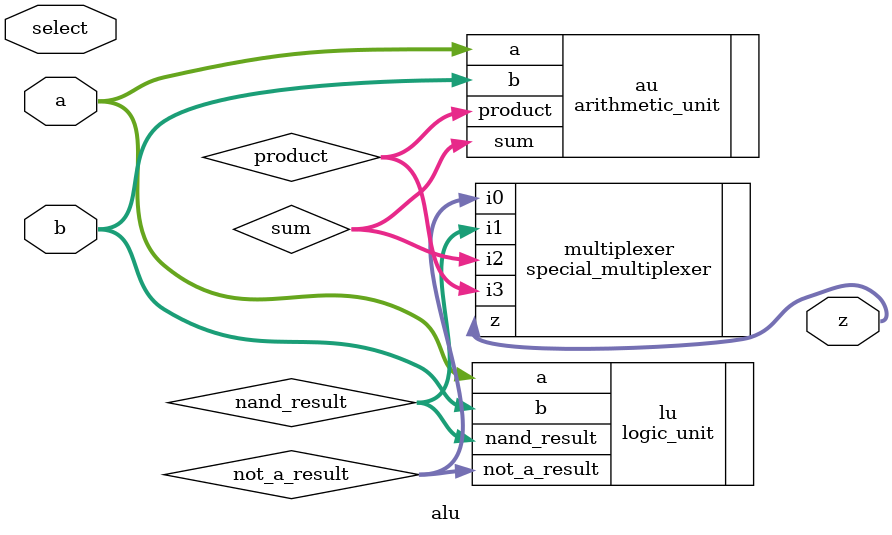
<source format=v>
`timescale 1ns / 1ps


module alu (z, a, b, select);
    output [3:0] z;
    input [1:0] a;
    input [1:0] b;
    input [1:0] select;

    wire [2:0] sum;
    wire [3:0] product;
    wire [1:0] not_a_result;
    wire [1:0] nand_result;

    arithmetic_unit au (.sum(sum), .product(product), .a(a), .b(b));
    logic_unit lu (.not_a_result(not_a_result), .nand_result(nand_result), .a(a), .b(b));
    special_multiplexer multiplexer (.z(z), .i3(product), .i2(sum), .i1(nand_result), .i0(not_a_result));
endmodule

</source>
